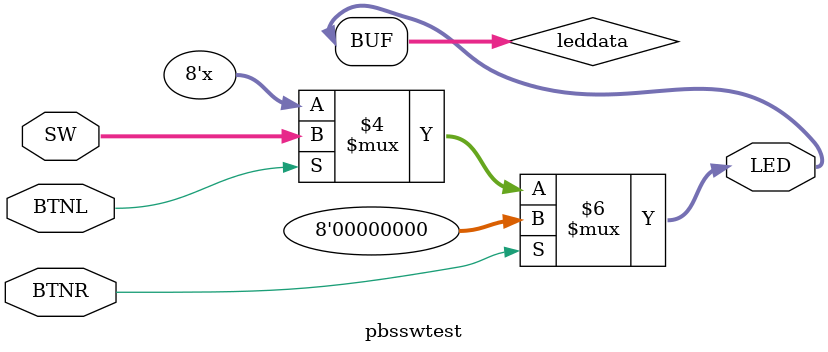
<source format=v>

module pbsswtest(input BTNL, BTNR, input [7:0]SW, output [7:0]LED);

reg [7:0] leddata;		// LED data

assign LED=leddata;

always@(BTNL or BTNR)
	begin
		if (BTNL==1)
			begin
				leddata<=SW;
			end
		if (BTNR==1)
			leddata<=0;
	end

endmodule

</source>
